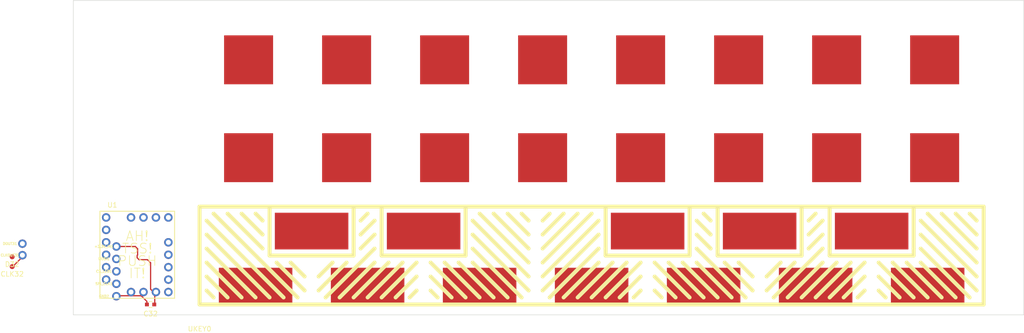
<source format=kicad_pcb>
(kicad_pcb (version 4) (host pcbnew 4.0.4-stable)

  (general
    (links 2)
    (no_connects 0)
    (area -0.050001 -64.300001 194.010001 0.050001)
    (thickness 1.6)
    (drawings 17)
    (tracks 22)
    (zones 0)
    (modules 28)
    (nets 55)
  )

  (page A4)
  (layers
    (0 F.Cu signal)
    (31 B.Cu signal)
    (32 B.Adhes user)
    (33 F.Adhes user)
    (34 B.Paste user)
    (35 F.Paste user)
    (36 B.SilkS user)
    (37 F.SilkS user)
    (38 B.Mask user)
    (39 F.Mask user)
    (40 Dwgs.User user)
    (41 Cmts.User user)
    (42 Eco1.User user)
    (43 Eco2.User user)
    (44 Edge.Cuts user)
    (45 Margin user)
    (46 B.CrtYd user hide)
    (47 F.CrtYd user hide)
    (48 B.Fab user)
    (49 F.Fab user hide)
  )

  (setup
    (last_trace_width 0.25)
    (trace_clearance 0.2)
    (zone_clearance 0.508)
    (zone_45_only no)
    (trace_min 0.2)
    (segment_width 0.2)
    (edge_width 0.1)
    (via_size 0.6)
    (via_drill 0.4)
    (via_min_size 0.4)
    (via_min_drill 0.3)
    (uvia_size 0.3)
    (uvia_drill 0.1)
    (uvias_allowed no)
    (uvia_min_size 0.2)
    (uvia_min_drill 0.1)
    (pcb_text_width 0.3)
    (pcb_text_size 1.5 1.5)
    (mod_edge_width 0.15)
    (mod_text_size 1 1)
    (mod_text_width 0.15)
    (pad_size 3.3 3.3)
    (pad_drill 3.3)
    (pad_to_mask_clearance 0)
    (aux_axis_origin 0 0)
    (grid_origin 185.76 -2.125)
    (visible_elements 7FFEEFFF)
    (pcbplotparams
      (layerselection 0x00030_80000001)
      (usegerberextensions false)
      (excludeedgelayer true)
      (linewidth 0.100000)
      (plotframeref false)
      (viasonmask false)
      (mode 1)
      (useauxorigin false)
      (hpglpennumber 1)
      (hpglpenspeed 20)
      (hpglpendiameter 15)
      (hpglpenoverlay 2)
      (psnegative false)
      (psa4output false)
      (plotreference true)
      (plotvalue true)
      (plotinvisibletext false)
      (padsonsilk false)
      (subtractmaskfromsilk false)
      (outputformat 1)
      (mirror false)
      (drillshape 1)
      (scaleselection 1)
      (outputdirectory ""))
  )

  (net 0 "")
  (net 1 GND)
  (net 2 +3V3)
  (net 3 "Net-(CS_LED1-Pad1)")
  (net 4 "Net-(MOSI1-Pad1)")
  (net 5 "Net-(SPI_CLK1-Pad1)")
  (net 6 "Net-(CLK32-Pad1)")
  (net 7 "Net-(CLKOUT31-Pad1)")
  (net 8 "Net-(D32-Pad1)")
  (net 9 "Net-(DOUT31-Pad1)")
  (net 10 /PAD0)
  (net 11 /PAD1)
  (net 12 /PAD2)
  (net 13 /PAD3)
  (net 14 /PAD4)
  (net 15 /PAD5)
  (net 16 /PAD6)
  (net 17 /PAD7)
  (net 18 /PAD100)
  (net 19 /PAD101)
  (net 20 /PAD102)
  (net 21 /PAD103)
  (net 22 /PAD104)
  (net 23 /PAD105)
  (net 24 /PAD106)
  (net 25 /PAD107)
  (net 26 "Net-(UKEY0-Pad1)")
  (net 27 "Net-(UKEY0-Pad2)")
  (net 28 "Net-(UKEY0-Pad5)")
  (net 29 "Net-(UKEY0-Pad3)")
  (net 30 "Net-(UKEY0-Pad4)")
  (net 31 "Net-(UKEY0-Pad8)")
  (net 32 "Net-(UKEY0-Pad6)")
  (net 33 "Net-(UKEY0-Pad7)")
  (net 34 "Net-(UKEY0-Pad9)")
  (net 35 "Net-(UKEY0-Pad11)")
  (net 36 "Net-(UKEY0-Pad10)")
  (net 37 "Net-(UKEY0-Pad12)")
  (net 38 "Net-(U1-PadGND)")
  (net 39 "Net-(U1-PadIRQ)")
  (net 40 "Net-(U1-PadSCL)")
  (net 41 "Net-(U1-PadSDA)")
  (net 42 "Net-(U1-PadADDR)")
  (net 43 "Net-(U1-PadP11)")
  (net 44 "Net-(U1-PadP10)")
  (net 45 "Net-(U1-PadP08)")
  (net 46 "Net-(U1-PadP09)")
  (net 47 "Net-(U1-PadP05)")
  (net 48 "Net-(U1-PadP04)")
  (net 49 "Net-(U1-PadP03)")
  (net 50 "Net-(U1-PadP07)")
  (net 51 "Net-(U1-PadP06)")
  (net 52 "Net-(U1-PadP01)")
  (net 53 "Net-(U1-PadP00)")
  (net 54 "Net-(U1-PadP02)")

  (net_class Default "This is the default net class."
    (clearance 0.2)
    (trace_width 0.25)
    (via_dia 0.6)
    (via_drill 0.4)
    (uvia_dia 0.3)
    (uvia_drill 0.1)
    (add_net +3V3)
    (add_net /PAD0)
    (add_net /PAD1)
    (add_net /PAD100)
    (add_net /PAD101)
    (add_net /PAD102)
    (add_net /PAD103)
    (add_net /PAD104)
    (add_net /PAD105)
    (add_net /PAD106)
    (add_net /PAD107)
    (add_net /PAD2)
    (add_net /PAD3)
    (add_net /PAD4)
    (add_net /PAD5)
    (add_net /PAD6)
    (add_net /PAD7)
    (add_net GND)
    (add_net "Net-(CLK32-Pad1)")
    (add_net "Net-(CLKOUT31-Pad1)")
    (add_net "Net-(CS_LED1-Pad1)")
    (add_net "Net-(D32-Pad1)")
    (add_net "Net-(DOUT31-Pad1)")
    (add_net "Net-(MOSI1-Pad1)")
    (add_net "Net-(SPI_CLK1-Pad1)")
    (add_net "Net-(U1-PadADDR)")
    (add_net "Net-(U1-PadGND)")
    (add_net "Net-(U1-PadIRQ)")
    (add_net "Net-(U1-PadP00)")
    (add_net "Net-(U1-PadP01)")
    (add_net "Net-(U1-PadP02)")
    (add_net "Net-(U1-PadP03)")
    (add_net "Net-(U1-PadP04)")
    (add_net "Net-(U1-PadP05)")
    (add_net "Net-(U1-PadP06)")
    (add_net "Net-(U1-PadP07)")
    (add_net "Net-(U1-PadP08)")
    (add_net "Net-(U1-PadP09)")
    (add_net "Net-(U1-PadP10)")
    (add_net "Net-(U1-PadP11)")
    (add_net "Net-(U1-PadSCL)")
    (add_net "Net-(U1-PadSDA)")
    (add_net "Net-(UKEY0-Pad1)")
    (add_net "Net-(UKEY0-Pad10)")
    (add_net "Net-(UKEY0-Pad11)")
    (add_net "Net-(UKEY0-Pad12)")
    (add_net "Net-(UKEY0-Pad2)")
    (add_net "Net-(UKEY0-Pad3)")
    (add_net "Net-(UKEY0-Pad4)")
    (add_net "Net-(UKEY0-Pad5)")
    (add_net "Net-(UKEY0-Pad6)")
    (add_net "Net-(UKEY0-Pad7)")
    (add_net "Net-(UKEY0-Pad8)")
    (add_net "Net-(UKEY0-Pad9)")
  )

  (module Liberry:MPR121TH (layer F.Cu) (tedit 582FE27A) (tstamp 582FEF5E)
    (at 6.69 -19.905)
    (path /582FE9DC)
    (fp_text reference U1 (at 1.27 -2.54) (layer F.SilkS)
      (effects (font (size 1 1) (thickness 0.15)))
    )
    (fp_text value MPR121TH (at 6.35 17.78) (layer F.Fab)
      (effects (font (size 1 1) (thickness 0.15)))
    )
    (fp_text user AH! (at 6.35 3.81) (layer F.SilkS)
      (effects (font (size 2 2) (thickness 0.15)))
    )
    (fp_line (start 13.97 16.51) (end -1.27 16.51) (layer F.SilkS) (width 0.2))
    (fp_line (start 13.97 -1.27) (end 13.97 16.51) (layer F.SilkS) (width 0.2))
    (fp_line (start -1.27 -1.27) (end 13.97 -1.27) (layer F.SilkS) (width 0.2))
    (fp_line (start -1.27 16.51) (end -1.27 -1.27) (layer F.SilkS) (width 0.2))
    (fp_text user TSS! (at 6.35 6.35) (layer F.SilkS)
      (effects (font (size 2 2) (thickness 0.15)))
    )
    (fp_text user IT! (at 6.35 11.43) (layer F.SilkS)
      (effects (font (size 2 2) (thickness 0.15)))
    )
    (fp_text user PUSH (at 6.35 8.89) (layer F.SilkS)
      (effects (font (size 2 2) (thickness 0.15)))
    )
    (pad +3V3 thru_hole circle (at 0 0) (size 1.7272 1.7272) (drill 1.016) (layers *.Cu *.Mask))
    (pad GND thru_hole circle (at 0 2.54) (size 1.7272 1.7272) (drill 1.016) (layers *.Cu *.Mask)
      (net 38 "Net-(U1-PadGND)"))
    (pad IRQ thru_hole circle (at 0 5.08) (size 1.7272 1.7272) (drill 1.016) (layers *.Cu *.Mask)
      (net 39 "Net-(U1-PadIRQ)"))
    (pad SCL thru_hole circle (at 0 7.62) (size 1.7272 1.7272) (drill 1.016) (layers *.Cu *.Mask)
      (net 40 "Net-(U1-PadSCL)"))
    (pad SDA thru_hole circle (at 0 10.16) (size 1.7272 1.7272) (drill 1.016) (layers *.Cu *.Mask)
      (net 41 "Net-(U1-PadSDA)"))
    (pad ADDR thru_hole circle (at 0 12.7) (size 1.7272 1.7272) (drill 1.016) (layers *.Cu *.Mask)
      (net 42 "Net-(U1-PadADDR)"))
    (pad P11 thru_hole circle (at 5.08 0) (size 1.7272 1.7272) (drill 1.016) (layers *.Cu *.Mask)
      (net 43 "Net-(U1-PadP11)"))
    (pad P10 thru_hole circle (at 7.62 0) (size 1.7272 1.7272) (drill 1.016) (layers *.Cu *.Mask)
      (net 44 "Net-(U1-PadP10)"))
    (pad P08 thru_hole circle (at 12.7 0) (size 1.7272 1.7272) (drill 1.016) (layers *.Cu *.Mask)
      (net 45 "Net-(U1-PadP08)"))
    (pad P09 thru_hole circle (at 10.16 0) (size 1.7272 1.7272) (drill 1.016) (layers *.Cu *.Mask)
      (net 46 "Net-(U1-PadP09)"))
    (pad P05 thru_hole circle (at 12.7 10.16) (size 1.7272 1.7272) (drill 1.016) (layers *.Cu *.Mask)
      (net 47 "Net-(U1-PadP05)"))
    (pad P04 thru_hole circle (at 12.7 12.7) (size 1.7272 1.7272) (drill 1.016) (layers *.Cu *.Mask)
      (net 48 "Net-(U1-PadP04)"))
    (pad P03 thru_hole circle (at 12.7 15.24) (size 1.7272 1.7272) (drill 1.016) (layers *.Cu *.Mask)
      (net 49 "Net-(U1-PadP03)"))
    (pad P07 thru_hole circle (at 12.7 5.08) (size 1.7272 1.7272) (drill 1.016) (layers *.Cu *.Mask)
      (net 50 "Net-(U1-PadP07)"))
    (pad P06 thru_hole circle (at 12.7 7.62) (size 1.7272 1.7272) (drill 1.016) (layers *.Cu *.Mask)
      (net 51 "Net-(U1-PadP06)"))
    (pad P01 thru_hole circle (at 7.62 15.24) (size 1.7272 1.7272) (drill 1.016) (layers *.Cu *.Mask)
      (net 52 "Net-(U1-PadP01)"))
    (pad P00 thru_hole circle (at 5.08 15.24) (size 1.7272 1.7272) (drill 1.016) (layers *.Cu *.Mask)
      (net 53 "Net-(U1-PadP00)"))
    (pad P02 thru_hole circle (at 10.16 15.24) (size 1.7272 1.7272) (drill 1.016) (layers *.Cu *.Mask)
      (net 54 "Net-(U1-PadP02)"))
  )

  (module Liberry:TESTPAD (layer F.Cu) (tedit 582BAB62) (tstamp 582E3619)
    (at -12.487 -9.8576)
    (path /58383624)
    (fp_text reference CLK32 (at 0 1.524) (layer F.SilkS)
      (effects (font (size 1 1) (thickness 0.15)))
    )
    (fp_text value CONN_01X01 (at 0 -1.524) (layer F.Fab)
      (effects (font (size 1 1) (thickness 0.15)))
    )
    (pad 1 smd circle (at 0 0 270) (size 1 1) (layers F.Cu F.Paste F.Mask)
      (net 6 "Net-(CLK32-Pad1)"))
  )

  (module Liberry:TESTPAD (layer F.Cu) (tedit 582BAB62) (tstamp 582E3673)
    (at -12.487 -11.8576)
    (path /5838361B)
    (fp_text reference D32 (at 0 1.524) (layer F.SilkS)
      (effects (font (size 1 1) (thickness 0.15)))
    )
    (fp_text value CONN_01X01 (at 0 -1.524) (layer F.Fab)
      (effects (font (size 1 1) (thickness 0.15)))
    )
    (pad 1 smd circle (at 0 0 270) (size 1 1) (layers F.Cu F.Paste F.Mask)
      (net 8 "Net-(D32-Pad1)"))
  )

  (module Liberry:single_0.1 (layer F.Cu) (tedit 5829F5BC) (tstamp 582E3678)
    (at -10.397 -14.5482)
    (descr "10 pins through hole IDC header")
    (tags "IDC header socket VASCH")
    (path /582E455F)
    (fp_text reference DOUT31 (at -2.54 0) (layer F.SilkS)
      (effects (font (size 0.5 0.5) (thickness 0.125)))
    )
    (fp_text value CONN_01X01 (at 0 2.54) (layer F.Fab)
      (effects (font (size 1 1) (thickness 0.15)))
    )
    (pad 1 thru_hole circle (at 0 0) (size 1.7272 1.7272) (drill 1.016) (layers *.Cu *.Mask)
      (net 9 "Net-(DOUT31-Pad1)"))
  )

  (module Liberry:single_0.1 (layer F.Cu) (tedit 5829F5BC) (tstamp 582E361E)
    (at -10.397 -12.192)
    (descr "10 pins through hole IDC header")
    (tags "IDC header socket VASCH")
    (path /582E4567)
    (fp_text reference CLKOUT31 (at -2.54 0) (layer F.SilkS)
      (effects (font (size 0.5 0.5) (thickness 0.125)))
    )
    (fp_text value CONN_01X01 (at 0 2.54) (layer F.Fab)
      (effects (font (size 1 1) (thickness 0.15)))
    )
    (pad 1 thru_hole circle (at 0 0) (size 1.7272 1.7272) (drill 1.016) (layers *.Cu *.Mask)
      (net 7 "Net-(CLKOUT31-Pad1)"))
  )

  (module Liberry:single_0.1 (layer F.Cu) (tedit 5829F5BC) (tstamp 582E5049)
    (at 8.78 -13.97)
    (descr "10 pins through hole IDC header")
    (tags "IDC header socket VASCH")
    (path /582EC3D0)
    (fp_text reference +3.3V_IN1 (at -2.54 0) (layer F.SilkS)
      (effects (font (size 0.5 0.5) (thickness 0.125)))
    )
    (fp_text value CONN_01X01 (at 0 2.54) (layer F.Fab)
      (effects (font (size 1 1) (thickness 0.15)))
    )
    (pad 1 thru_hole circle (at 0 0) (size 1.7272 1.7272) (drill 1.016) (layers *.Cu *.Mask)
      (net 2 +3V3))
  )

  (module Capacitors_SMD:C_0603 (layer F.Cu) (tedit 5415D631) (tstamp 582E505E)
    (at 15.76 -2.1187 180)
    (descr "Capacitor SMD 0603, reflow soldering, AVX (see smccp.pdf)")
    (tags "capacitor 0603")
    (path /582E6B6A)
    (attr smd)
    (fp_text reference C32 (at 0 -1.9 180) (layer F.SilkS)
      (effects (font (size 1 1) (thickness 0.15)))
    )
    (fp_text value 0.1u (at 0 1.9 180) (layer F.Fab)
      (effects (font (size 1 1) (thickness 0.15)))
    )
    (fp_line (start -0.8 0.4) (end -0.8 -0.4) (layer F.Fab) (width 0.15))
    (fp_line (start 0.8 0.4) (end -0.8 0.4) (layer F.Fab) (width 0.15))
    (fp_line (start 0.8 -0.4) (end 0.8 0.4) (layer F.Fab) (width 0.15))
    (fp_line (start -0.8 -0.4) (end 0.8 -0.4) (layer F.Fab) (width 0.15))
    (fp_line (start -1.45 -0.75) (end 1.45 -0.75) (layer F.CrtYd) (width 0.05))
    (fp_line (start -1.45 0.75) (end 1.45 0.75) (layer F.CrtYd) (width 0.05))
    (fp_line (start -1.45 -0.75) (end -1.45 0.75) (layer F.CrtYd) (width 0.05))
    (fp_line (start 1.45 -0.75) (end 1.45 0.75) (layer F.CrtYd) (width 0.05))
    (fp_line (start -0.35 -0.6) (end 0.35 -0.6) (layer F.SilkS) (width 0.15))
    (fp_line (start 0.35 0.6) (end -0.35 0.6) (layer F.SilkS) (width 0.15))
    (pad 1 smd rect (at -0.75 0 180) (size 0.8 0.75) (layers F.Cu F.Paste F.Mask)
      (net 2 +3V3))
    (pad 2 smd rect (at 0.75 0 180) (size 0.8 0.75) (layers F.Cu F.Paste F.Mask)
      (net 1 GND))
    (model Capacitors_SMD.3dshapes/C_0603.wrl
      (at (xyz 0 0 0))
      (scale (xyz 1 1 1))
      (rotate (xyz 0 0 0))
    )
  )

  (module Liberry:single_0.1 (layer F.Cu) (tedit 5829F5BC) (tstamp 582E5083)
    (at 8.78 -8.89)
    (descr "10 pins through hole IDC header")
    (tags "IDC header socket VASCH")
    (path /582F82B7)
    (fp_text reference CS_LED1 (at -2.54 0) (layer F.SilkS)
      (effects (font (size 0.5 0.5) (thickness 0.125)))
    )
    (fp_text value CONN_01X01 (at 0 2.54) (layer F.Fab)
      (effects (font (size 1 1) (thickness 0.15)))
    )
    (pad 1 thru_hole circle (at 0 0) (size 1.7272 1.7272) (drill 1.016) (layers *.Cu *.Mask)
      (net 3 "Net-(CS_LED1-Pad1)"))
  )

  (module Liberry:single_0.1 (layer F.Cu) (tedit 5829F5BC) (tstamp 582E5088)
    (at 8.78 -3.81)
    (descr "10 pins through hole IDC header")
    (tags "IDC header socket VASCH")
    (path /582F5B39)
    (fp_text reference GND2 (at -2.54 0) (layer F.SilkS)
      (effects (font (size 0.5 0.5) (thickness 0.125)))
    )
    (fp_text value CONN_01X01 (at 0 2.54) (layer F.Fab)
      (effects (font (size 1 1) (thickness 0.15)))
    )
    (pad 1 thru_hole circle (at 0 0) (size 1.7272 1.7272) (drill 1.016) (layers *.Cu *.Mask)
      (net 1 GND))
  )

  (module Liberry:single_0.1 (layer F.Cu) (tedit 5829F5BC) (tstamp 582E508D)
    (at 8.78 -11.43)
    (descr "10 pins through hole IDC header")
    (tags "IDC header socket VASCH")
    (path /582FA982)
    (fp_text reference MOSI1 (at -2.54 0) (layer F.SilkS)
      (effects (font (size 0.5 0.5) (thickness 0.125)))
    )
    (fp_text value CONN_01X01 (at 0 2.54) (layer F.Fab)
      (effects (font (size 1 1) (thickness 0.15)))
    )
    (pad 1 thru_hole circle (at 0 0) (size 1.7272 1.7272) (drill 1.016) (layers *.Cu *.Mask)
      (net 4 "Net-(MOSI1-Pad1)"))
  )

  (module Liberry:single_0.1 (layer F.Cu) (tedit 5829F5BC) (tstamp 582E5092)
    (at 8.78 -6.35)
    (descr "10 pins through hole IDC header")
    (tags "IDC header socket VASCH")
    (path /582FA47D)
    (fp_text reference SPI_CLK1 (at -2.54 0) (layer F.SilkS)
      (effects (font (size 0.5 0.5) (thickness 0.125)))
    )
    (fp_text value CONN_01X01 (at 0 2.54) (layer F.Fab)
      (effects (font (size 1 1) (thickness 0.15)))
    )
    (pad 1 thru_hole circle (at 0 0) (size 1.7272 1.7272) (drill 1.016) (layers *.Cu *.Mask)
      (net 5 "Net-(SPI_CLK1-Pad1)"))
  )

  (module Liberry:TOUCH_PAD_10CM (layer F.Cu) (tedit 582F8670) (tstamp 582F897F)
    (at 35.76 -52.125)
    (path /582FEA86)
    (fp_text reference PAD0 (at 0 6) (layer F.SilkS) hide
      (effects (font (size 1 1) (thickness 0.15)))
    )
    (fp_text value TOUCHPAD_10CM (at 0 6) (layer F.Fab)
      (effects (font (size 1 1) (thickness 0.15)))
    )
    (pad 1 smd rect (at 0 0) (size 10 10) (layers F.Cu)
      (net 10 /PAD0))
  )

  (module Liberry:TOUCH_PAD_10CM (layer F.Cu) (tedit 582F8670) (tstamp 582F8984)
    (at 55.76 -52.125)
    (path /582FED2B)
    (fp_text reference PAD1 (at 0 6) (layer F.SilkS) hide
      (effects (font (size 1 1) (thickness 0.15)))
    )
    (fp_text value TOUCHPAD_10CM (at 0 6) (layer F.Fab)
      (effects (font (size 1 1) (thickness 0.15)))
    )
    (pad 1 smd rect (at 0 0) (size 10 10) (layers F.Cu)
      (net 11 /PAD1))
  )

  (module Liberry:TOUCH_PAD_10CM (layer F.Cu) (tedit 582F8670) (tstamp 582F8989)
    (at 75.76 -52.125)
    (path /582FED67)
    (fp_text reference PAD2 (at 0 6) (layer F.SilkS) hide
      (effects (font (size 1 1) (thickness 0.15)))
    )
    (fp_text value TOUCHPAD_10CM (at 0 6) (layer F.Fab)
      (effects (font (size 1 1) (thickness 0.15)))
    )
    (pad 1 smd rect (at 0 0) (size 10 10) (layers F.Cu)
      (net 12 /PAD2))
  )

  (module Liberry:TOUCH_PAD_10CM (layer F.Cu) (tedit 582F8670) (tstamp 582F898E)
    (at 95.76 -52.125)
    (path /582FEDAC)
    (fp_text reference PAD3 (at 0 6) (layer F.SilkS) hide
      (effects (font (size 1 1) (thickness 0.15)))
    )
    (fp_text value TOUCHPAD_10CM (at 0 6) (layer F.Fab)
      (effects (font (size 1 1) (thickness 0.15)))
    )
    (pad 1 smd rect (at 0 0) (size 10 10) (layers F.Cu)
      (net 13 /PAD3))
  )

  (module Liberry:TOUCH_PAD_10CM (layer F.Cu) (tedit 582F8670) (tstamp 582F8993)
    (at 115.76 -52.125)
    (path /582FEF5E)
    (fp_text reference PAD4 (at 0 6) (layer F.SilkS) hide
      (effects (font (size 1 1) (thickness 0.15)))
    )
    (fp_text value TOUCHPAD_10CM (at 0 6) (layer F.Fab)
      (effects (font (size 1 1) (thickness 0.15)))
    )
    (pad 1 smd rect (at 0 0) (size 10 10) (layers F.Cu)
      (net 14 /PAD4))
  )

  (module Liberry:TOUCH_PAD_10CM (layer F.Cu) (tedit 582F8670) (tstamp 582F8998)
    (at 135.76 -52.125)
    (path /582FEF66)
    (fp_text reference PAD5 (at 0 6) (layer F.SilkS) hide
      (effects (font (size 1 1) (thickness 0.15)))
    )
    (fp_text value TOUCHPAD_10CM (at 0 6) (layer F.Fab)
      (effects (font (size 1 1) (thickness 0.15)))
    )
    (pad 1 smd rect (at 0 0) (size 10 10) (layers F.Cu)
      (net 15 /PAD5))
  )

  (module Liberry:TOUCH_PAD_10CM (layer F.Cu) (tedit 582F8670) (tstamp 582F899D)
    (at 155.76 -52.125)
    (path /582FEF6E)
    (fp_text reference PAD6 (at 0 6) (layer F.SilkS) hide
      (effects (font (size 1 1) (thickness 0.15)))
    )
    (fp_text value TOUCHPAD_10CM (at 0 6) (layer F.Fab)
      (effects (font (size 1 1) (thickness 0.15)))
    )
    (pad 1 smd rect (at 0 0) (size 10 10) (layers F.Cu)
      (net 16 /PAD6))
  )

  (module Liberry:TOUCH_PAD_10CM (layer F.Cu) (tedit 582F8670) (tstamp 582F89A2)
    (at 175.76 -52.125)
    (path /582FEF76)
    (fp_text reference PAD7 (at 0 6) (layer F.SilkS) hide
      (effects (font (size 1 1) (thickness 0.15)))
    )
    (fp_text value TOUCHPAD_10CM (at 0 6) (layer F.Fab)
      (effects (font (size 1 1) (thickness 0.15)))
    )
    (pad 1 smd rect (at 0 0) (size 10 10) (layers F.Cu)
      (net 17 /PAD7))
  )

  (module Liberry:TOUCH_PAD_10CM (layer F.Cu) (tedit 582F8670) (tstamp 582F89A7)
    (at 35.76 -32.125)
    (path /582FF03A)
    (fp_text reference PAD100 (at 0 6) (layer F.SilkS) hide
      (effects (font (size 1 1) (thickness 0.15)))
    )
    (fp_text value TOUCHPAD_10CM (at 0 6) (layer F.Fab)
      (effects (font (size 1 1) (thickness 0.15)))
    )
    (pad 1 smd rect (at 0 0) (size 10 10) (layers F.Cu)
      (net 18 /PAD100))
  )

  (module Liberry:TOUCH_PAD_10CM (layer F.Cu) (tedit 582F8670) (tstamp 582F89AC)
    (at 55.76 -32.125)
    (path /582FF042)
    (fp_text reference PAD101 (at 0 6) (layer F.SilkS) hide
      (effects (font (size 1 1) (thickness 0.15)))
    )
    (fp_text value TOUCHPAD_10CM (at 0 6) (layer F.Fab)
      (effects (font (size 1 1) (thickness 0.15)))
    )
    (pad 1 smd rect (at 0 0) (size 10 10) (layers F.Cu)
      (net 19 /PAD101))
  )

  (module Liberry:TOUCH_PAD_10CM (layer F.Cu) (tedit 582F8670) (tstamp 582F89B1)
    (at 75.76 -32.125)
    (path /582FF04A)
    (fp_text reference PAD102 (at 0 6) (layer F.SilkS) hide
      (effects (font (size 1 1) (thickness 0.15)))
    )
    (fp_text value TOUCHPAD_10CM (at 0 6) (layer F.Fab)
      (effects (font (size 1 1) (thickness 0.15)))
    )
    (pad 1 smd rect (at 0 0) (size 10 10) (layers F.Cu)
      (net 20 /PAD102))
  )

  (module Liberry:TOUCH_PAD_10CM (layer F.Cu) (tedit 582F8670) (tstamp 582F89B6)
    (at 95.76 -32.125)
    (path /582FF052)
    (fp_text reference PAD103 (at 0 6) (layer F.SilkS) hide
      (effects (font (size 1 1) (thickness 0.15)))
    )
    (fp_text value TOUCHPAD_10CM (at 0 6) (layer F.Fab)
      (effects (font (size 1 1) (thickness 0.15)))
    )
    (pad 1 smd rect (at 0 0) (size 10 10) (layers F.Cu)
      (net 21 /PAD103))
  )

  (module Liberry:TOUCH_PAD_10CM (layer F.Cu) (tedit 582F8670) (tstamp 582F89BB)
    (at 115.76 -32.125)
    (path /582FF05A)
    (fp_text reference PAD104 (at 0 6) (layer F.SilkS) hide
      (effects (font (size 1 1) (thickness 0.15)))
    )
    (fp_text value TOUCHPAD_10CM (at 0 6) (layer F.Fab)
      (effects (font (size 1 1) (thickness 0.15)))
    )
    (pad 1 smd rect (at 0 0) (size 10 10) (layers F.Cu)
      (net 22 /PAD104))
  )

  (module Liberry:TOUCH_PAD_10CM (layer F.Cu) (tedit 582F8670) (tstamp 582F89C0)
    (at 135.76 -32.125)
    (path /582FF062)
    (fp_text reference PAD105 (at 0 6) (layer F.SilkS) hide
      (effects (font (size 1 1) (thickness 0.15)))
    )
    (fp_text value TOUCHPAD_10CM (at 0 6) (layer F.Fab)
      (effects (font (size 1 1) (thickness 0.15)))
    )
    (pad 1 smd rect (at 0 0) (size 10 10) (layers F.Cu)
      (net 23 /PAD105))
  )

  (module Liberry:TOUCH_PAD_10CM (layer F.Cu) (tedit 582F8670) (tstamp 582F89C5)
    (at 155.76 -32.125)
    (path /582FF06A)
    (fp_text reference PAD106 (at 0 6) (layer F.SilkS) hide
      (effects (font (size 1 1) (thickness 0.15)))
    )
    (fp_text value TOUCHPAD_10CM (at 0 6) (layer F.Fab)
      (effects (font (size 1 1) (thickness 0.15)))
    )
    (pad 1 smd rect (at 0 0) (size 10 10) (layers F.Cu)
      (net 24 /PAD106))
  )

  (module Liberry:TOUCH_PAD_10CM (layer F.Cu) (tedit 582F8670) (tstamp 582F89CA)
    (at 175.76 -32.125)
    (path /582FF072)
    (fp_text reference PAD107 (at 0 6) (layer F.SilkS) hide
      (effects (font (size 1 1) (thickness 0.15)))
    )
    (fp_text value TOUCHPAD_10CM (at 0 6) (layer F.Fab)
      (effects (font (size 1 1) (thickness 0.15)))
    )
    (pad 1 smd rect (at 0 0) (size 10 10) (layers F.Cu)
      (net 25 /PAD107))
  )

  (module Liberry:Keyboard_1_Octave_20CM (layer F.Cu) (tedit 582FCC92) (tstamp 58302574)
    (at 25.76 -2.125)
    (path /5830195A)
    (fp_text reference UKEY0 (at 0 5) (layer F.SilkS)
      (effects (font (size 1 1) (thickness 0.15)))
    )
    (fp_text value KEYBOARD_1OCT (at 0 8) (layer F.Fab)
      (effects (font (size 1 1) (thickness 0.15)))
    )
    (fp_line (start 102.8592 -18.5718) (end 104.2878 -17.1432) (layer F.SilkS) (width 0.8))
    (fp_line (start 157.146 -18.5718) (end 158.5746 -17.1432) (layer F.SilkS) (width 0.8))
    (fp_line (start 154.2888 -18.5718) (end 158.5746 -14.286) (layer F.SilkS) (width 0.8))
    (fp_line (start 151.4316 -18.5718) (end 158.5746 -11.4288) (layer F.SilkS) (width 0.8))
    (fp_line (start 148.5744 -18.5718) (end 158.5746 -8.5716) (layer F.SilkS) (width 0.8))
    (fp_line (start 147.1458 -17.1432) (end 158.5746 -5.7144) (layer F.SilkS) (width 0.8))
    (fp_line (start 147.1458 -14.286) (end 158.5746 -2.8572) (layer F.SilkS) (width 0.8))
    (fp_line (start 147.1458 -11.4288) (end 157.146 -1.4286) (layer F.SilkS) (width 0.8))
    (fp_line (start 147.1458 -8.5716) (end 154.2888 -1.4286) (layer F.SilkS) (width 0.8))
    (fp_line (start 144.2886 -8.5716) (end 151.4316 -1.4286) (layer F.SilkS) (width 0.8))
    (fp_line (start 141.4314 -8.5716) (end 148.5744 -1.4286) (layer F.SilkS) (width 0.8))
    (fp_line (start 138.5742 -8.5716) (end 145.7172 -1.4286) (layer F.SilkS) (width 0.8))
    (fp_line (start 138.5742 -5.7144) (end 142.86 -1.4286) (layer F.SilkS) (width 0.8))
    (fp_line (start 138.5742 -2.8572) (end 140.0028 -1.4286) (layer F.SilkS) (width 0.8))
    (fp_line (start 134.2884 -1.4286) (end 135.717 -2.8572) (layer F.SilkS) (width 0.8))
    (fp_line (start 131.4312 -1.4286) (end 135.717 -5.7144) (layer F.SilkS) (width 0.8))
    (fp_line (start 128.574 -1.4286) (end 135.717 -8.5716) (layer F.SilkS) (width 0.8))
    (fp_line (start 125.7168 -1.4286) (end 132.8598 -8.5716) (layer F.SilkS) (width 0.8))
    (fp_line (start 122.8596 -1.4286) (end 130.0026 -8.5716) (layer F.SilkS) (width 0.8))
    (fp_line (start 120.0024 -1.4286) (end 127.1454 -8.5716) (layer F.SilkS) (width 0.8))
    (fp_line (start 124.2882 -17.1432) (end 125.7168 -18.5718) (layer F.SilkS) (width 0.8))
    (fp_line (start 124.2882 -14.286) (end 127.1454 -17.1432) (layer F.SilkS) (width 0.8))
    (fp_line (start 124.2882 -11.4288) (end 127.1454 -14.286) (layer F.SilkS) (width 0.8))
    (fp_line (start 117.1452 -1.4286) (end 127.1454 -11.4288) (layer F.SilkS) (width 0.8))
    (fp_line (start 115.7166 -2.8572) (end 121.431 -8.5716) (layer F.SilkS) (width 0.8))
    (fp_line (start 115.7166 -5.7144) (end 118.5738 -8.5716) (layer F.SilkS) (width 0.8))
    (fp_line (start 110.0022 -8.5716) (end 112.8594 -5.7144) (layer F.SilkS) (width 0.8))
    (fp_line (start 107.145 -8.5716) (end 112.8594 -2.8572) (layer F.SilkS) (width 0.8))
    (fp_line (start 101.4306 -17.1432) (end 104.2878 -14.286) (layer F.SilkS) (width 0.8))
    (fp_line (start 101.4306 -14.286) (end 104.2878 -11.4288) (layer F.SilkS) (width 0.8))
    (fp_line (start 101.4306 -11.4288) (end 111.4308 -1.4286) (layer F.SilkS) (width 0.8))
    (fp_line (start 101.4306 -8.5716) (end 108.5736 -1.4286) (layer F.SilkS) (width 0.8))
    (fp_line (start 98.5734 -8.5716) (end 105.7164 -1.4286) (layer F.SilkS) (width 0.8))
    (fp_line (start 95.7162 -8.5716) (end 102.8592 -1.4286) (layer F.SilkS) (width 0.8))
    (fp_line (start 92.859 -8.5716) (end 100.002 -1.4286) (layer F.SilkS) (width 0.8))
    (fp_line (start 92.859 -5.7144) (end 97.1448 -1.4286) (layer F.SilkS) (width 0.8))
    (fp_line (start 92.859 -2.8572) (end 94.2876 -1.4286) (layer F.SilkS) (width 0.8))
    (fp_line (start 88.5732 -1.4286) (end 90.0018 -2.8572) (layer F.SilkS) (width 0.8))
    (fp_line (start 85.716 -1.4286) (end 90.0018 -5.7144) (layer F.SilkS) (width 0.8))
    (fp_line (start 82.8588 -1.4286) (end 90.0018 -8.5716) (layer F.SilkS) (width 0.8))
    (fp_line (start 80.0016 -1.4286) (end 87.1446 -8.5716) (layer F.SilkS) (width 0.8))
    (fp_line (start 77.1444 -1.4286) (end 84.2874 -8.5716) (layer F.SilkS) (width 0.8))
    (fp_line (start 74.2872 -1.4286) (end 81.4302 -8.5716) (layer F.SilkS) (width 0.8))
    (fp_line (start 71.43 -1.4286) (end 81.4302 -11.4288) (layer F.SilkS) (width 0.8))
    (fp_line (start 70.0014 -2.8572) (end 81.4302 -14.286) (layer F.SilkS) (width 0.8))
    (fp_line (start 70.0014 -5.7144) (end 81.4302 -17.1432) (layer F.SilkS) (width 0.8))
    (fp_line (start 70.0014 -8.5716) (end 80.0016 -18.5718) (layer F.SilkS) (width 0.8))
    (fp_line (start 70.0014 -11.4288) (end 77.1444 -18.5718) (layer F.SilkS) (width 0.8))
    (fp_line (start 70.0014 -14.286) (end 74.2872 -18.5718) (layer F.SilkS) (width 0.8))
    (fp_line (start 70.0014 -17.1432) (end 71.43 -18.5718) (layer F.SilkS) (width 0.8))
    (fp_line (start 48.5724 -1.4286) (end 47.1438 -2.8572) (layer F.SilkS) (width 0.8))
    (fp_line (start 47.1438 -5.7144) (end 51.4296 -1.4286) (layer F.SilkS) (width 0.8))
    (fp_line (start 47.1438 -8.5716) (end 54.2868 -1.4286) (layer F.SilkS) (width 0.8))
    (fp_line (start 50.001 -8.5716) (end 57.144 -1.4286) (layer F.SilkS) (width 0.8))
    (fp_line (start 52.8582 -8.5716) (end 60.0012 -1.4286) (layer F.SilkS) (width 0.8))
    (fp_line (start 55.7154 -8.5716) (end 62.8584 -1.4286) (layer F.SilkS) (width 0.8))
    (fp_line (start 42.858 -1.4286) (end 44.2866 -2.8572) (layer F.SilkS) (width 0.8))
    (fp_line (start 40.0008 -1.4286) (end 44.2866 -5.7144) (layer F.SilkS) (width 0.8))
    (fp_line (start 37.1436 -1.4286) (end 44.2866 -8.5716) (layer F.SilkS) (width 0.8))
    (fp_line (start 34.2864 -1.4286) (end 41.4294 -8.5716) (layer F.SilkS) (width 0.8))
    (fp_line (start 31.4292 -1.4286) (end 38.5722 -8.5716) (layer F.SilkS) (width 0.8))
    (fp_line (start 28.572 -1.4286) (end 35.715 -8.5716) (layer F.SilkS) (width 0.8))
    (fp_line (start 145.7172 -10.0002) (end 145.7172 -11.4288) (layer F.SilkS) (width 0.8))
    (fp_line (start 128.574 -10.0002) (end 145.7172 -10.0002) (layer F.SilkS) (width 0.8))
    (fp_line (start 128.574 -11.4288) (end 128.574 -10.0002) (layer F.SilkS) (width 0.8))
    (fp_line (start 122.8596 -10.0002) (end 122.8596 -11.4288) (layer F.SilkS) (width 0.8))
    (fp_line (start 105.7164 -10.0002) (end 122.8596 -10.0002) (layer F.SilkS) (width 0.8))
    (fp_line (start 105.7164 -11.4288) (end 105.7164 -10.0002) (layer F.SilkS) (width 0.8))
    (fp_line (start 100.002 -10.0002) (end 100.002 -11.4288) (layer F.SilkS) (width 0.8))
    (fp_line (start 82.8588 -10.0002) (end 100.002 -10.0002) (layer F.SilkS) (width 0.8))
    (fp_line (start 82.8588 -11.4288) (end 82.8588 -10.0002) (layer F.SilkS) (width 0.8))
    (fp_line (start 54.2868 -10.0002) (end 54.2868 -12.8574) (layer F.SilkS) (width 0.8))
    (fp_line (start 52.8582 -10.0002) (end 54.2868 -10.0002) (layer F.SilkS) (width 0.8))
    (fp_line (start 37.1436 -10.0002) (end 52.8582 -10.0002) (layer F.SilkS) (width 0.8))
    (fp_line (start 37.1436 -11.4288) (end 37.1436 -10.0002) (layer F.SilkS) (width 0.8))
    (fp_line (start 27.1434 -8.5716) (end 24.2862 -5.7144) (layer F.SilkS) (width 0.8))
    (fp_line (start 25.7148 -4.2858) (end 24.2862 -2.8572) (layer F.SilkS) (width 0.8))
    (fp_line (start 18.5718 -8.5716) (end 21.429 -5.7144) (layer F.SilkS) (width 0.8))
    (fp_line (start 15.7146 -8.5716) (end 21.429 -2.8572) (layer F.SilkS) (width 0.8))
    (fp_line (start 30.0006 -8.5716) (end 25.7148 -4.2858) (layer F.SilkS) (width 0.8))
    (fp_line (start 35.715 -14.286) (end 32.8578 -11.4288) (layer F.SilkS) (width 0.8))
    (fp_line (start 31.4292 -10.0002) (end 31.4292 -11.4288) (layer F.SilkS) (width 0.8))
    (fp_line (start 14.286 -10.0002) (end 31.4292 -10.0002) (layer F.SilkS) (width 0.8))
    (fp_line (start 14.286 -11.4288) (end 14.286 -10.0002) (layer F.SilkS) (width 0.8))
    (fp_line (start 67.1442 -17.1432) (end 65.7156 -18.5718) (layer F.SilkS) (width 0.8))
    (fp_line (start 62.8584 -18.5718) (end 67.1442 -14.286) (layer F.SilkS) (width 0.8))
    (fp_line (start 60.0012 -18.5718) (end 67.1442 -11.4288) (layer F.SilkS) (width 0.8))
    (fp_line (start 57.144 -18.5718) (end 67.1442 -8.5716) (layer F.SilkS) (width 0.8))
    (fp_line (start 55.7154 -17.1432) (end 67.1442 -5.7144) (layer F.SilkS) (width 0.8))
    (fp_line (start 55.7154 -14.286) (end 67.1442 -2.8572) (layer F.SilkS) (width 0.8))
    (fp_line (start 55.7154 -11.4288) (end 65.7156 -1.4286) (layer F.SilkS) (width 0.8))
    (fp_line (start 32.8578 -17.1432) (end 34.2864 -18.5718) (layer F.SilkS) (width 0.8))
    (fp_line (start 32.8578 -14.286) (end 35.715 -17.1432) (layer F.SilkS) (width 0.8))
    (fp_line (start 25.7148 -1.4286) (end 35.715 -11.4288) (layer F.SilkS) (width 0.8))
    (fp_line (start 1.4286 -2.8572) (end 2.8572 -1.4286) (layer F.SilkS) (width 0.8))
    (fp_line (start 1.4286 -5.7144) (end 5.7144 -1.4286) (layer F.SilkS) (width 0.8))
    (fp_line (start 1.4286 -8.5716) (end 8.5716 -1.4286) (layer F.SilkS) (width 0.8))
    (fp_line (start 1.4286 -11.4288) (end 11.4288 -1.4286) (layer F.SilkS) (width 0.8))
    (fp_line (start 1.4286 -14.286) (end 14.286 -1.4286) (layer F.SilkS) (width 0.8))
    (fp_line (start 1.4286 -17.1432) (end 17.1432 -1.4286) (layer F.SilkS) (width 0.8))
    (fp_line (start 2.8572 -18.5718) (end 20.0004 -1.4286) (layer F.SilkS) (width 0.8))
    (fp_line (start 5.7144 -18.5718) (end 12.8574 -11.4288) (layer F.SilkS) (width 0.8))
    (fp_line (start 8.5716 -18.5718) (end 12.8574 -14.286) (layer F.SilkS) (width 0.8))
    (fp_line (start 11.4288 -18.5718) (end 12.8574 -17.1432) (layer F.SilkS) (width 0.8))
    (fp_line (start 160 -20) (end 160 0) (layer F.SilkS) (width 0.8))
    (fp_line (start 0 -20) (end 160 -20) (layer F.SilkS) (width 0.8))
    (fp_line (start 0 0) (end 0 -20) (layer F.SilkS) (width 0.8))
    (fp_line (start 145.7121 -11.4284) (end 145.7121 -19.9997) (layer F.SilkS) (width 0.8))
    (fp_line (start 128.5695 -19.9997) (end 128.5695 -11.4284) (layer F.SilkS) (width 0.8))
    (fp_line (start 122.8553 -11.4284) (end 122.8553 -19.9997) (layer F.SilkS) (width 0.8))
    (fp_line (start 105.7127 -19.9997) (end 105.7127 -11.4284) (layer F.SilkS) (width 0.8))
    (fp_line (start 99.9985 -11.4284) (end 99.9985 -19.9997) (layer F.SilkS) (width 0.8))
    (fp_line (start 82.8559 -19.9997) (end 82.8559 -11.4284) (layer F.SilkS) (width 0.8))
    (fp_line (start 54.2849 -11.4284) (end 54.2849 -19.9997) (layer F.SilkS) (width 0.8))
    (fp_line (start 37.1423 -19.9997) (end 37.1423 -11.4284) (layer F.SilkS) (width 0.8))
    (fp_line (start 31.4281 -11.4284) (end 31.4281 -19.9997) (layer F.SilkS) (width 0.8))
    (fp_line (start 14.2855 -19.9997) (end 14.2855 -11.4284) (layer F.SilkS) (width 0.8))
    (fp_line (start 160.0004 0) (end 0 0) (layer F.SilkS) (width 0.8))
    (fp_line (start 137.1426 0) (end 137.1426 -40) (layer F.Fab) (width 0.15))
    (fp_line (start 114.2855 0) (end 114.2855 -40) (layer F.Fab) (width 0.15))
    (fp_line (start 91.4284 0) (end 91.4284 -40) (layer F.Fab) (width 0.15))
    (fp_line (start 68.5713 0) (end 68.5713 -40) (layer F.Fab) (width 0.15))
    (fp_line (start 45.7142 0) (end 45.7142 -40) (layer F.Fab) (width 0.15))
    (fp_line (start 22.8571 0) (end 22.8571 -40) (layer F.Fab) (width 0.15))
    (fp_line (start 160 0) (end 0 0) (layer F.Fab) (width 0.15))
    (fp_line (start 160 -40) (end 160 0) (layer F.Fab) (width 0.15))
    (fp_line (start 0 0) (end 0 -40) (layer F.Fab) (width 0.15))
    (pad 1 smd rect (at 11.4286 -3.75) (size 15 7.5) (layers F.Cu F.Paste F.Mask)
      (net 26 "Net-(UKEY0-Pad1)"))
    (pad 2 smd rect (at 22.8571 -15) (size 15 7.5) (layers F.Cu F.Paste F.Mask)
      (net 27 "Net-(UKEY0-Pad2)"))
    (pad 5 smd rect (at 57.143 -3.75) (size 15 7.5) (layers F.Cu F.Paste F.Mask)
      (net 28 "Net-(UKEY0-Pad5)"))
    (pad 3 smd rect (at 34.2858 -3.75) (size 15 7.5) (layers F.Cu F.Paste F.Mask)
      (net 29 "Net-(UKEY0-Pad3)"))
    (pad 4 smd rect (at 45.7144 -15) (size 15 7.5) (layers F.Cu F.Paste F.Mask)
      (net 30 "Net-(UKEY0-Pad4)"))
    (pad 8 smd rect (at 102.8574 -3.75) (size 15 7.5) (layers F.Cu F.Paste F.Mask)
      (net 31 "Net-(UKEY0-Pad8)"))
    (pad 6 smd rect (at 80.0002 -3.75) (size 15 7.5) (layers F.Cu F.Paste F.Mask)
      (net 32 "Net-(UKEY0-Pad6)"))
    (pad 7 smd rect (at 91.4288 -15) (size 15 7.5) (layers F.Cu F.Paste F.Mask)
      (net 33 "Net-(UKEY0-Pad7)"))
    (pad 9 smd rect (at 114.286 -15) (size 15 7.5) (layers F.Cu F.Paste F.Mask)
      (net 34 "Net-(UKEY0-Pad9)"))
    (pad 11 smd rect (at 137.1432 -15) (size 15 7.5) (layers F.Cu F.Paste F.Mask)
      (net 35 "Net-(UKEY0-Pad11)"))
    (pad 10 smd rect (at 125.7146 -3.75) (size 15 7.5) (layers F.Cu F.Paste F.Mask)
      (net 36 "Net-(UKEY0-Pad10)"))
    (pad 12 smd rect (at 148.5718 -3.75) (size 15 7.5) (layers F.Cu F.Paste F.Mask)
      (net 37 "Net-(UKEY0-Pad12)"))
  )

  (gr_line (start 185.76 -62.125) (end 25.76 -62.125) (layer Dwgs.User) (width 0.2))
  (gr_line (start 25.76 -42.125) (end 185.76 -42.125) (layer Dwgs.User) (width 0.2))
  (gr_line (start 25.76 -22.125) (end 185.76 -22.125) (layer Dwgs.User) (width 0.2))
  (gr_line (start 185.76 -2.125) (end 25.76 -2.125) (layer Dwgs.User) (width 0.2))
  (gr_line (start 25.76 0) (end 25.76 -64.25) (layer Dwgs.User) (width 0.2))
  (gr_line (start 45.76 0) (end 45.76 -64.25) (layer Dwgs.User) (width 0.2))
  (gr_line (start 65.76 0) (end 65.76 -64.25) (layer Dwgs.User) (width 0.2))
  (gr_line (start 85.76 0) (end 85.76 -64.25) (layer Dwgs.User) (width 0.2))
  (gr_line (start 105.76 0) (end 105.76 -64.25) (layer Dwgs.User) (width 0.2))
  (gr_line (start 125.76 0) (end 125.76 -64.25) (layer Dwgs.User) (width 0.2))
  (gr_line (start 145.76 0) (end 145.76 -64.25) (layer Dwgs.User) (width 0.2))
  (gr_line (start 165.76 -64.25) (end 165.76 0) (layer Dwgs.User) (width 0.2))
  (gr_line (start 185.76 0) (end 185.76 -64.25) (layer Dwgs.User) (width 0.2))
  (gr_line (start 193.96 -64.25) (end 193.96 0) (layer Edge.Cuts) (width 0.1))
  (gr_line (start 0 -64.25) (end 193.96 -64.25) (layer Edge.Cuts) (width 0.1))
  (gr_line (start 0 0) (end 193.96 0) (layer Edge.Cuts) (width 0.1))
  (gr_line (start 0 -64.25) (end 0 0) (layer Edge.Cuts) (width 0.1))

  (segment (start 25.76 -2.125) (end 25.76 -32.125) (width 0.25) (layer Dwgs.User) (net 0))
  (segment (start 185.76 -2.125) (end 25.76 -2.125) (width 0.25) (layer Dwgs.User) (net 0))
  (segment (start 15.035 -2.1187) (end 15.01 -2.1187) (width 0.25) (layer F.Cu) (net 1) (status 30))
  (segment (start 13.8475 -3.9062) (end 8.8762 -3.9062) (width 0.25) (layer F.Cu) (net 1) (status 20))
  (segment (start 8.8762 -3.9062) (end 8.78 -3.81) (width 0.25) (layer F.Cu) (net 1) (status 30))
  (segment (start 15.01 -2.1187) (end 15.01 -2.7437) (width 0.25) (layer F.Cu) (net 1) (status 10))
  (segment (start 15.01 -2.7437) (end 13.8475 -3.9062) (width 0.25) (layer F.Cu) (net 1))
  (segment (start 16.51 -2.1187) (end 16.535 -2.1187) (width 0.25) (layer F.Cu) (net 2) (status 30))
  (segment (start 16.535 -2.1187) (end 16.610001 -2.193701) (width 0.25) (layer F.Cu) (net 2) (status 30))
  (segment (start 16.610001 -2.193701) (end 16.610001 -4.406199) (width 0.25) (layer F.Cu) (net 2) (status 10))
  (segment (start 16.610001 -4.406199) (end 15.76 -5.2562) (width 0.25) (layer F.Cu) (net 2))
  (segment (start 15.76 -5.2562) (end 15.76 -10.6312) (width 0.25) (layer F.Cu) (net 2))
  (segment (start 13.41 -11.2812) (end 15.11 -11.2812) (width 0.25) (layer F.Cu) (net 2))
  (segment (start 15.11 -11.2812) (end 15.76 -10.6312) (width 0.25) (layer F.Cu) (net 2))
  (segment (start 13.11 -13.5062) (end 13.11 -12.2312) (width 0.25) (layer F.Cu) (net 2))
  (segment (start 13.11 -12.2312) (end 13.01 -12.1312) (width 0.25) (layer F.Cu) (net 2))
  (segment (start 13.01 -12.1312) (end 13.01 -11.6812) (width 0.25) (layer F.Cu) (net 2))
  (segment (start 13.01 -11.6812) (end 13.41 -11.2812) (width 0.25) (layer F.Cu) (net 2))
  (segment (start 8.78 -13.97) (end 12.6462 -13.97) (width 0.25) (layer F.Cu) (net 2) (status 10))
  (segment (start 12.6462 -13.97) (end 13.11 -13.5062) (width 0.25) (layer F.Cu) (net 2))
  (segment (start -12.487 -9.7482) (end -10.397 -11.8382) (width 0.25) (layer F.Cu) (net 6) (status 30))
  (segment (start -10.397 -11.8382) (end -10.397 -12.192) (width 0.25) (layer F.Cu) (net 7) (status 30))

)

</source>
